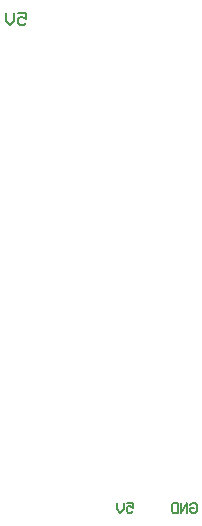
<source format=gbo>
G04*
G04 #@! TF.GenerationSoftware,Altium Limited,Altium Designer,21.6.4 (81)*
G04*
G04 Layer_Color=32896*
%FSLAX25Y25*%
%MOIN*%
G70*
G04*
G04 #@! TF.SameCoordinates,4A2346EC-D30A-4EC8-B750-871CECD4BB15*
G04*
G04*
G04 #@! TF.FilePolarity,Positive*
G04*
G01*
G75*
%ADD13C,0.00591*%
%ADD28C,0.00800*%
D13*
X67783Y12663D02*
X68308Y13188D01*
X69357D01*
X69882Y12663D01*
Y10564D01*
X69357Y10039D01*
X68308D01*
X67783Y10564D01*
Y11614D01*
X68832D01*
X66733Y10039D02*
Y13188D01*
X64634Y10039D01*
Y13188D01*
X63585D02*
Y10039D01*
X62010D01*
X61486Y10564D01*
Y12663D01*
X62010Y13188D01*
X63585D01*
X46523D02*
X48622D01*
Y11614D01*
X47572Y12138D01*
X47048D01*
X46523Y11614D01*
Y10564D01*
X47048Y10039D01*
X48097D01*
X48622Y10564D01*
X45474Y13188D02*
Y11089D01*
X44424Y10039D01*
X43374Y11089D01*
Y13188D01*
D28*
X10314Y176452D02*
X12979D01*
Y174453D01*
X11647Y175119D01*
X10980D01*
X10314Y174453D01*
Y173120D01*
X10980Y172453D01*
X12313D01*
X12979Y173120D01*
X8981Y176452D02*
Y173786D01*
X7648Y172453D01*
X6315Y173786D01*
Y176452D01*
M02*

</source>
